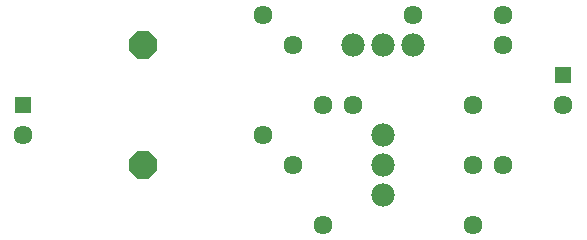
<source format=gbs>
G75*
%MOIN*%
%OFA0B0*%
%FSLAX25Y25*%
%IPPOS*%
%LPD*%
%AMOC8*
5,1,8,0,0,1.08239X$1,22.5*
%
%ADD10C,0.06343*%
%ADD11R,0.05556X0.05556*%
%ADD12C,0.07800*%
%ADD13OC8,0.09400*%
D10*
X0012960Y0041000D03*
X0092960Y0041000D03*
X0102960Y0031000D03*
X0112960Y0011000D03*
X0162960Y0011000D03*
X0162960Y0031000D03*
X0172960Y0031000D03*
X0162960Y0051000D03*
X0192960Y0051000D03*
X0172960Y0071000D03*
X0172960Y0081000D03*
X0142960Y0081000D03*
X0102960Y0071000D03*
X0092960Y0081000D03*
X0112960Y0051000D03*
X0122960Y0051000D03*
D11*
X0192960Y0061000D03*
X0012960Y0051000D03*
D12*
X0122960Y0071000D03*
X0132960Y0071000D03*
X0142960Y0071000D03*
X0132960Y0041000D03*
X0132960Y0031000D03*
X0132960Y0021000D03*
D13*
X0052960Y0031000D03*
X0052960Y0071000D03*
M02*

</source>
